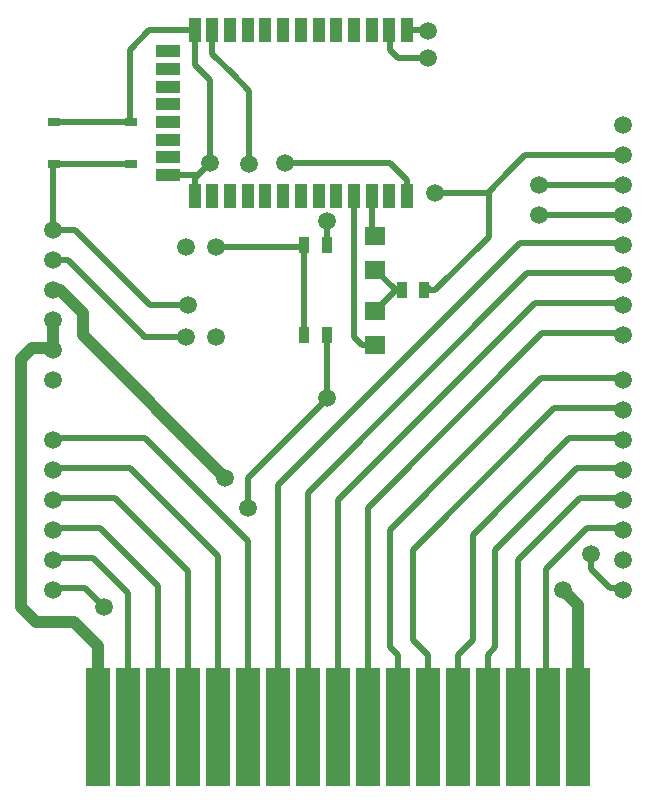
<source format=gbr>
G04 (created by PCBNEW (2013-may-18)-stable) date Пт 28 авг 2015 20:37:45*
%MOIN*%
G04 Gerber Fmt 3.4, Leading zero omitted, Abs format*
%FSLAX34Y34*%
G01*
G70*
G90*
G04 APERTURE LIST*
%ADD10C,0.00590551*%
%ADD11R,0.0393701X0.0787402*%
%ADD12R,0.0787402X0.0393701*%
%ADD13R,0.035X0.055*%
%ADD14R,0.0709X0.0629*%
%ADD15C,0.0590551*%
%ADD16R,0.0787402X0.393701*%
%ADD17R,0.0393701X0.0314961*%
%ADD18C,0.019685*%
%ADD19C,0.0393701*%
G04 APERTURE END LIST*
G54D10*
G54D11*
X60012Y-32240D03*
X59422Y-32240D03*
X58831Y-32240D03*
X58241Y-32240D03*
X57650Y-32240D03*
X57060Y-32240D03*
X56469Y-32240D03*
X55879Y-32240D03*
X55288Y-32240D03*
X54698Y-32240D03*
X54107Y-32240D03*
X53516Y-32240D03*
X52926Y-32240D03*
G54D12*
X52040Y-32929D03*
X52040Y-33520D03*
X52040Y-34110D03*
X52040Y-34701D03*
X52040Y-35291D03*
X52040Y-35882D03*
X52040Y-36472D03*
X52040Y-37063D03*
G54D11*
X52926Y-37752D03*
X53516Y-37752D03*
X54107Y-37752D03*
X54698Y-37752D03*
X55288Y-37752D03*
X55879Y-37752D03*
X56469Y-37752D03*
X57060Y-37752D03*
X57650Y-37752D03*
X58241Y-37752D03*
X58831Y-37752D03*
X59422Y-37752D03*
X60012Y-37752D03*
G54D13*
X56575Y-42400D03*
X57325Y-42400D03*
X56575Y-39400D03*
X57325Y-39400D03*
X59825Y-40900D03*
X60575Y-40900D03*
G54D14*
X58950Y-39091D03*
X58950Y-40209D03*
X58950Y-42709D03*
X58950Y-41591D03*
G54D15*
X48200Y-39900D03*
X48200Y-38900D03*
X48200Y-42900D03*
X48200Y-43900D03*
X48200Y-41900D03*
X48200Y-40900D03*
X48200Y-47900D03*
X48200Y-48900D03*
X48200Y-50900D03*
X48200Y-49900D03*
X48200Y-45900D03*
X48200Y-46900D03*
X67200Y-43900D03*
X67200Y-44900D03*
X67200Y-46900D03*
X67200Y-45900D03*
X67200Y-49900D03*
X67200Y-50900D03*
X67200Y-48900D03*
X67200Y-47900D03*
X67200Y-39400D03*
X67200Y-40400D03*
X67200Y-42400D03*
X67200Y-41400D03*
X67200Y-37400D03*
X67200Y-38400D03*
X67200Y-36400D03*
X67200Y-35400D03*
G54D16*
X49700Y-55449D03*
X50700Y-55449D03*
X51700Y-55449D03*
X52700Y-55449D03*
X53700Y-55449D03*
X54700Y-55449D03*
X55700Y-55449D03*
X56700Y-55449D03*
X57700Y-55449D03*
X58700Y-55449D03*
X59700Y-55449D03*
X60700Y-55449D03*
X61700Y-55449D03*
X62700Y-55449D03*
X63700Y-55449D03*
X64700Y-55449D03*
X65700Y-55449D03*
G54D15*
X52649Y-42444D03*
X52649Y-39444D03*
X53649Y-42444D03*
X53649Y-39444D03*
G54D17*
X50812Y-35301D03*
X50812Y-36679D03*
X48253Y-36679D03*
X48253Y-35301D03*
G54D15*
X57325Y-44500D03*
X64400Y-37400D03*
X54700Y-48150D03*
X55950Y-36650D03*
X53450Y-36650D03*
X60950Y-37650D03*
X57350Y-38600D03*
X49900Y-51449D03*
X64400Y-38400D03*
X52700Y-41400D03*
X54750Y-36700D03*
X65200Y-50900D03*
X53950Y-47150D03*
X66150Y-49699D03*
X60700Y-32250D03*
X60700Y-33150D03*
G54D18*
X52649Y-42444D02*
X51244Y-42444D01*
X48700Y-39900D02*
X51200Y-42400D01*
X48700Y-39900D02*
X48200Y-39900D01*
X51244Y-42444D02*
X51200Y-42400D01*
X67200Y-37400D02*
X64400Y-37400D01*
X57325Y-42400D02*
X57325Y-44500D01*
X57325Y-44500D02*
X57325Y-44525D01*
X57325Y-44525D02*
X54700Y-47150D01*
X57325Y-42400D02*
X57325Y-42775D01*
X54700Y-47150D02*
X54700Y-48150D01*
X53649Y-39444D02*
X56530Y-39444D01*
X56530Y-39444D02*
X56575Y-39400D01*
X55950Y-36650D02*
X59450Y-36650D01*
X60012Y-37752D02*
X60012Y-37212D01*
X59450Y-36650D02*
X60012Y-37212D01*
X56575Y-42400D02*
X56575Y-39400D01*
X48253Y-35301D02*
X50812Y-35301D01*
X50812Y-35301D02*
X50772Y-35262D01*
X50772Y-35262D02*
X50772Y-32877D01*
X51409Y-32240D02*
X52926Y-32240D01*
X50772Y-32877D02*
X51409Y-32240D01*
X52926Y-37752D02*
X52926Y-37173D01*
X52926Y-37173D02*
X53036Y-37063D01*
X52040Y-37063D02*
X53036Y-37063D01*
X53036Y-37063D02*
X53450Y-36650D01*
X53200Y-33650D02*
X53450Y-33900D01*
X53450Y-33900D02*
X53450Y-36650D01*
X52926Y-32240D02*
X52926Y-33376D01*
X53200Y-33650D02*
X52926Y-33376D01*
X62725Y-37625D02*
X62700Y-37650D01*
X62700Y-37650D02*
X60950Y-37650D01*
X57325Y-38625D02*
X57325Y-39400D01*
X57350Y-38600D02*
X57325Y-38625D01*
X62725Y-37625D02*
X62725Y-39125D01*
X60950Y-40900D02*
X60575Y-40900D01*
X62725Y-39125D02*
X60950Y-40900D01*
X60700Y-40775D02*
X60575Y-40900D01*
X67200Y-36400D02*
X63950Y-36400D01*
X63950Y-36400D02*
X63450Y-36900D01*
X63450Y-36900D02*
X62725Y-37625D01*
G54D19*
X48216Y-42839D02*
X48216Y-41839D01*
X48216Y-42839D02*
X47510Y-42839D01*
X47510Y-42839D02*
X47150Y-43199D01*
X47150Y-43199D02*
X47150Y-51449D01*
X47150Y-51449D02*
X47650Y-51949D01*
X47650Y-51949D02*
X48900Y-51949D01*
X49700Y-52749D02*
X49700Y-55449D01*
X48900Y-51949D02*
X49700Y-52749D01*
G54D18*
X49289Y-50839D02*
X49900Y-51449D01*
X48216Y-50839D02*
X49289Y-50839D01*
X56700Y-47649D02*
X56700Y-55449D01*
X64010Y-40339D02*
X56700Y-47649D01*
X67216Y-40339D02*
X64010Y-40339D01*
X57700Y-47899D02*
X57700Y-55449D01*
X64260Y-41339D02*
X57700Y-47899D01*
X67216Y-41339D02*
X64260Y-41339D01*
X67216Y-42339D02*
X64510Y-42339D01*
X58700Y-48149D02*
X58700Y-55449D01*
X64510Y-42339D02*
X58700Y-48149D01*
X48216Y-45839D02*
X51289Y-45839D01*
X54700Y-49249D02*
X54700Y-55449D01*
X51289Y-45839D02*
X54700Y-49249D01*
X67216Y-39339D02*
X63760Y-39339D01*
X63760Y-39339D02*
X55750Y-47349D01*
X55750Y-47349D02*
X55700Y-47399D01*
X55700Y-47399D02*
X55700Y-55449D01*
X48216Y-47839D02*
X50289Y-47839D01*
X50289Y-47839D02*
X52700Y-50249D01*
X52700Y-50249D02*
X52700Y-55449D01*
X51700Y-50749D02*
X51700Y-55449D01*
X49789Y-48839D02*
X51700Y-50749D01*
X48216Y-48839D02*
X49789Y-48839D01*
X48216Y-49839D02*
X49539Y-49839D01*
X49539Y-49839D02*
X50700Y-50999D01*
X50700Y-50999D02*
X50700Y-55449D01*
X64400Y-38400D02*
X67200Y-38400D01*
X59700Y-53049D02*
X59700Y-55449D01*
X59450Y-52799D02*
X59700Y-53049D01*
X59450Y-48879D02*
X59450Y-52799D01*
X67216Y-43839D02*
X64489Y-43839D01*
X64489Y-43839D02*
X59450Y-48879D01*
X48253Y-36679D02*
X50812Y-36679D01*
X51450Y-41400D02*
X52700Y-41400D01*
X48950Y-38900D02*
X51450Y-41400D01*
X48950Y-38900D02*
X48200Y-38900D01*
X48200Y-38900D02*
X48200Y-36673D01*
X60700Y-53049D02*
X60700Y-55449D01*
X60200Y-52549D02*
X60700Y-53049D01*
X60200Y-49549D02*
X60200Y-52549D01*
X67216Y-44839D02*
X64910Y-44839D01*
X64910Y-44839D02*
X60200Y-49549D01*
X61700Y-53049D02*
X61700Y-55449D01*
X62200Y-52549D02*
X61700Y-53049D01*
X62200Y-49049D02*
X62200Y-52549D01*
X65410Y-45839D02*
X62200Y-49049D01*
X67216Y-45839D02*
X65410Y-45839D01*
X59825Y-40900D02*
X59641Y-40900D01*
X59641Y-40900D02*
X58950Y-41591D01*
X59641Y-40900D02*
X58950Y-40209D01*
X58241Y-37752D02*
X58241Y-42441D01*
X58509Y-42709D02*
X58950Y-42709D01*
X58241Y-42441D02*
X58509Y-42709D01*
X54750Y-36700D02*
X54750Y-34250D01*
X54750Y-34250D02*
X54200Y-33700D01*
X53516Y-33016D02*
X54200Y-33700D01*
X53516Y-32240D02*
X53516Y-33016D01*
X53450Y-32307D02*
X53516Y-32240D01*
X67216Y-48839D02*
X66010Y-48839D01*
X66010Y-48839D02*
X64650Y-50199D01*
X64650Y-55399D02*
X64700Y-55449D01*
X64650Y-50199D02*
X64650Y-55399D01*
X58831Y-37752D02*
X58831Y-38972D01*
X58831Y-38972D02*
X58950Y-39091D01*
X67216Y-47839D02*
X65760Y-47839D01*
X65760Y-47839D02*
X63700Y-49899D01*
X63700Y-49899D02*
X63700Y-55449D01*
X65660Y-46839D02*
X67216Y-46839D01*
X62700Y-55449D02*
X62700Y-53299D01*
X62700Y-53049D02*
X62700Y-53299D01*
X62950Y-52799D02*
X62700Y-53049D01*
X62950Y-49549D02*
X62950Y-52799D01*
X65660Y-46839D02*
X62950Y-49549D01*
G54D19*
X65700Y-51400D02*
X65200Y-50900D01*
X65700Y-51400D02*
X65700Y-55449D01*
X49200Y-42400D02*
X49200Y-41650D01*
X49200Y-41650D02*
X48450Y-40900D01*
X48200Y-40900D02*
X48450Y-40900D01*
X53950Y-47150D02*
X49200Y-42400D01*
G54D18*
X48216Y-46839D02*
X50789Y-46839D01*
X50789Y-46839D02*
X53700Y-49749D01*
X53700Y-49749D02*
X53700Y-55449D01*
X66150Y-50199D02*
X66150Y-49699D01*
X67216Y-50839D02*
X66789Y-50839D01*
X66789Y-50839D02*
X66150Y-50199D01*
X60690Y-32240D02*
X60700Y-32250D01*
X60690Y-32240D02*
X60012Y-32240D01*
X60700Y-33150D02*
X59700Y-33150D01*
X59700Y-33150D02*
X59450Y-32900D01*
X59450Y-32900D02*
X59450Y-32268D01*
X59422Y-32240D02*
X59450Y-32268D01*
M02*

</source>
